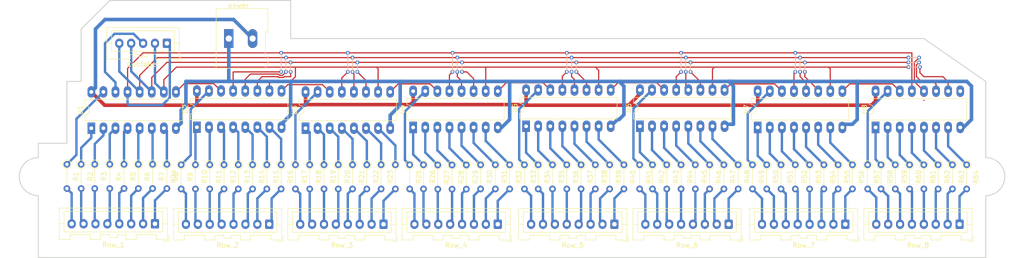
<source format=kicad_pcb>
(kicad_pcb (version 20221018) (generator pcbnew)
  (layers (0 "F.Cu" signal) (31 "B.Cu" signal) (34 "B.Paste" user) (35 "F.Paste" user) (36 "B.SilkS" user "B.Silkscreen") (37 "F.SilkS" user "F.Silkscreen") (38 "B.Mask" user) (39 "F.Mask" user) (44 "Edge.Cuts" user))
  (net 0 "")
  (net 1 "Net-(U3-QA)")
  (net 2 "Net-(J3-Pin_8)")
  (net 3 "Net-(U7-QG)")
  (net 4 "Net-(J9-Pin_2)")
  (net 5 "Net-(U7-QH)")
  (net 6 "Net-(J9-Pin_1)")
  (net 7 "Net-(U8-QA)")
  (net 8 "Net-(J10-Pin_8)")
  (net 9 "Net-(U8-QB)")
  (net 10 "Net-(J10-Pin_7)")
  (net 11 "Net-(U8-QC)")
  (net 12 "Net-(J10-Pin_6)")
  (net 13 "Net-(U8-QD)")
  (net 14 "Net-(J10-Pin_5)")
  (net 15 "Net-(U8-QE)")
  (net 16 "Net-(J10-Pin_4)")
  (net 17 "Net-(U8-QF)")
  (net 18 "Net-(J10-Pin_3)")
  (net 19 "Net-(U8-QG)")
  (net 20 "Net-(J10-Pin_2)")
  (net 21 "Net-(U1-QC)")
  (net 22 "Net-(J4-Pin_6)")
  (net 23 "Net-(U3-QB)")
  (net 24 "Net-(J3-Pin_7)")
  (net 25 "Net-(U3-QC)")
  (net 26 "Net-(J3-Pin_6)")
  (net 27 "Net-(U3-QD)")
  (net 28 "Net-(J3-Pin_5)")
  (net 29 "Net-(U3-QE)")
  (net 30 "Net-(J3-Pin_4)")
  (net 31 "Net-(U3-QF)")
  (net 32 "Net-(J3-Pin_3)")
  (net 33 "Net-(U3-QG)")
  (net 34 "Net-(J3-Pin_2)")
  (net 35 "Net-(U3-QH)")
  (net 36 "Net-(J3-Pin_1)")
  (net 37 "Net-(U1-QA)")
  (net 38 "Net-(J4-Pin_8)")
  (net 39 "Net-(U1-QB)")
  (net 40 "Net-(J4-Pin_7)")
  (net 41 "Net-(U8-QH)")
  (net 42 "Net-(J10-Pin_1)")
  (net 43 "Net-(U1-QD)")
  (net 44 "Net-(J4-Pin_5)")
  (net 45 "Net-(U1-QE)")
  (net 46 "Net-(J4-Pin_4)")
  (net 47 "Net-(U1-QF)")
  (net 48 "Net-(J4-Pin_3)")
  (net 49 "Net-(U1-QG)")
  (net 50 "Net-(J4-Pin_2)")
  (net 51 "Net-(U1-QH)")
  (net 52 "Net-(J4-Pin_1)")
  (net 53 "Net-(U2-QA)")
  (net 54 "Net-(J5-Pin_8)")
  (net 55 "Net-(U2-QB)")
  (net 56 "Net-(J5-Pin_7)")
  (net 57 "Net-(U2-QC)")
  (net 58 "Net-(J5-Pin_6)")
  (net 59 "Net-(U2-QD)")
  (net 60 "Net-(J5-Pin_5)")
  (net 61 "Net-(U2-QE)")
  (net 62 "Net-(J5-Pin_4)")
  (net 63 "Net-(U2-QF)")
  (net 64 "Net-(J5-Pin_3)")
  (net 65 "Net-(U2-QG)")
  (net 66 "Net-(J5-Pin_2)")
  (net 67 "Net-(U2-QH)")
  (net 68 "Net-(J5-Pin_1)")
  (net 69 "Net-(U4-QA)")
  (net 70 "Net-(J6-Pin_8)")
  (net 71 "Net-(U4-QB)")
  (net 72 "Net-(J6-Pin_7)")
  (net 73 "Net-(U4-QC)")
  (net 74 "Net-(J6-Pin_6)")
  (net 75 "Net-(U4-QD)")
  (net 76 "Net-(J6-Pin_5)")
  (net 77 "Net-(U4-QE)")
  (net 78 "Net-(J6-Pin_4)")
  (net 79 "Net-(U4-QF)")
  (net 80 "Net-(J6-Pin_3)")
  (net 81 "Net-(U4-QG)")
  (net 82 "Net-(J6-Pin_2)")
  (net 83 "Net-(U4-QH)")
  (net 84 "Net-(J6-Pin_1)")
  (net 85 "Net-(U5-QA)")
  (net 86 "Net-(J7-Pin_8)")
  (net 87 "Net-(U5-QB)")
  (net 88 "Net-(J7-Pin_7)")
  (net 89 "Net-(U5-QC)")
  (net 90 "Net-(J7-Pin_6)")
  (net 91 "Net-(U5-QD)")
  (net 92 "Net-(J7-Pin_5)")
  (net 93 "Net-(U5-QE)")
  (net 94 "Net-(J7-Pin_4)")
  (net 95 "Net-(U5-QF)")
  (net 96 "Net-(J7-Pin_3)")
  (net 97 "Net-(U5-QG)")
  (net 98 "Net-(J7-Pin_2)")
  (net 99 "Net-(U5-QH)")
  (net 100 "Net-(J7-Pin_1)")
  (net 101 "Net-(U6-QA)")
  (net 102 "Net-(J8-Pin_8)")
  (net 103 "Net-(U6-QB)")
  (net 104 "Net-(J8-Pin_7)")
  (net 105 "Net-(U6-QC)")
  (net 106 "Net-(J8-Pin_6)")
  (net 107 "Net-(U6-QD)")
  (net 108 "Net-(J8-Pin_5)")
  (net 109 "Net-(U6-QE)")
  (net 110 "Net-(J8-Pin_4)")
  (net 111 "Net-(U6-QF)")
  (net 112 "Net-(J8-Pin_3)")
  (net 113 "Net-(U6-QG)")
  (net 114 "Net-(J8-Pin_2)")
  (net 115 "Net-(U6-QH)")
  (net 116 "Net-(J8-Pin_1)")
  (net 117 "Net-(U7-QA)")
  (net 118 "Net-(J9-Pin_8)")
  (net 119 "Net-(U7-QB)")
  (net 120 "Net-(J9-Pin_7)")
  (net 121 "Net-(U7-QC)")
  (net 122 "Net-(J9-Pin_6)")
  (net 123 "Net-(U7-QD)")
  (net 124 "Net-(J9-Pin_5)")
  (net 125 "Net-(U7-QE)")
  (net 126 "Net-(J9-Pin_4)")
  (net 127 "Net-(U7-QF)")
  (net 128 "Net-(J9-Pin_3)")
  (net 129 "Net-(J2-Pin_1)")
  (net 130 "Net-(U1-QH')")
  (net 131 "Net-(J1-Pin_2)")
  (net 132 "Net-(J1-Pin_4)")
  (net 133 "Net-(J1-Pin_5)")
  (net 134 "Net-(J1-Pin_1)")
  (net 135 "Net-(U1-SER)")
  (net 136 "Net-(J2-Pin_2)")
  (net 137 "Net-(U2-QH')")
  (net 138 "Net-(J1-Pin_3)")
  (net 139 "Net-(U4-QH')")
  (net 140 "Net-(U5-QH')")
  (net 141 "Net-(U6-QH')")
  (net 142 "Net-(U7-QH')")
  (footprint "Resistor_THT:R_Axial_DIN0204_L3.6mm_D1.6mm_P5.08mm_Vertical" (layer "F.Cu") (at 162.3 71.51 -90)
    (fp_text reference "R41")
    (fp_text value "R_Small")
  )
  (footprint "Resistor_THT:R_Axial_DIN0204_L3.6mm_D1.6mm_P5.08mm_Vertical" (layer "F.Cu") (at 45 71.42 -90)
    (fp_text reference "R2")
    (fp_text value "R_Small")
  )
  (footprint "Package_DIP:DIP-16_W7.62mm_LongPads" (layer "F.Cu") (at 69.3 63.62 90)
    (fp_text reference "U2")
    (fp_text value "74HC595")
  )
  (footprint "Resistor_THT:R_Axial_DIN0204_L3.6mm_D1.6mm_P5.08mm_Vertical" (layer "F.Cu") (at 90 71.51 -90)
    (fp_text reference "R17")
    (fp_text value "R_Small")
  )
  (footprint "Resistor_THT:R_Axial_DIN0204_L3.6mm_D1.6mm_P5.08mm_Vertical" (layer "F.Cu") (at 81 71.51 -90)
    (fp_text reference "R14")
    (fp_text value "R_Small")
  )
  (footprint "Resistor_THT:R_Axial_DIN0204_L3.6mm_D1.6mm_P5.08mm_Vertical" (layer "F.Cu") (at 105 71.51 -90)
    (fp_text reference "R22")
    (fp_text value "R_Small")
  )
  (footprint "Connector_JST:JST_XA_B08B-XASK-1_1x08_P2.50mm_Vertical" (layer "F.Cu") (at 60.5 83.91 180)
    (fp_text reference "Row_1")
    (fp_text value "Row_01")
  )
  (footprint "Resistor_THT:R_Axial_DIN0204_L3.6mm_D1.6mm_P5.08mm_Vertical" (layer "F.Cu") (at 174 71.51 -90)
    (fp_text reference "R45")
    (fp_text value "R_Small")
  )
  (footprint "Resistor_THT:R_Axial_DIN0204_L3.6mm_D1.6mm_P5.08mm_Vertical" (layer "F.Cu") (at 116.9 71.51 -90)
    (fp_text reference "R26")
    (fp_text value "R_Small")
  )
  (footprint "Resistor_THT:R_Axial_DIN0204_L3.6mm_D1.6mm_P5.08mm_Vertical" (layer "F.Cu") (at 201 71.51 -90)
    (fp_text reference "R54")
    (fp_text value "R_Small")
  )
  (footprint "Resistor_THT:R_Axial_DIN0204_L3.6mm_D1.6mm_P5.08mm_Vertical" (layer "F.Cu") (at 60 71.42 -90)
    (fp_text reference "R7")
    (fp_text value "R_Small")
  )
  (footprint "Resistor_THT:R_Axial_DIN0204_L3.6mm_D1.6mm_P5.08mm_Vertical" (layer "F.Cu") (at 192 71.51 -90)
    (fp_text reference "R51")
    (fp_text value "R_Small")
  )
  (footprint "Resistor_THT:R_Axial_DIN0204_L3.6mm_D1.6mm_P5.08mm_Vertical" (layer "F.Cu") (at 228 71.51 -90)
    (fp_text reference "R63")
    (fp_text value "R_Small")
  )
  (footprint "Package_DIP:DIP-16_W7.62mm_LongPads" (layer "F.Cu") (at 211.86 63.67 90)
    (fp_text reference "U8")
    (fp_text value "74HC595")
  )
  (footprint "Package_DIP:DIP-16_W7.62mm_LongPads" (layer "F.Cu") (at 114.73 63.67 90)
    (fp_text reference "U4")
    (fp_text value "74HC595")
  )
  (footprint "Resistor_THT:R_Axial_DIN0204_L3.6mm_D1.6mm_P5.08mm_Vertical" (layer "F.Cu") (at 195 71.51 -90)
    (fp_text reference "R52")
    (fp_text value "R_Small")
  )
  (footprint "Package_DIP:DIP-16_W7.62mm_LongPads" (layer "F.Cu") (at 92.125 63.825 90)
    (fp_text reference "U3")
    (fp_text value "74HC595")
  )
  (footprint "Resistor_THT:R_Axial_DIN0204_L3.6mm_D1.6mm_P5.08mm_Vertical" (layer "F.Cu") (at 87 71.51 -90)
    (fp_text reference "R16")
    (fp_text value "R_Small")
  )
  (footprint "Connector_JST:JST_XA_B08B-XASK-1_1x08_P2.50mm_Vertical" (layer "F.Cu") (at 229.5 84 180)
    (fp_text reference "Row_8")
    (fp_text value "Row_08")
  )
  (footprint "Resistor_THT:R_Axial_DIN0204_L3.6mm_D1.6mm_P5.08mm_Vertical" (layer "F.Cu") (at 119.9 71.55 -90)
    (fp_text reference "R27")
    (fp_text value "R_Small")
  )
  (footprint "Resistor_THT:R_Axial_DIN0204_L3.6mm_D1.6mm_P5.08mm_Vertical" (layer "F.Cu") (at 63 71.42 -90)
    (fp_text reference "R8")
    (fp_text value "R_Small")
  )
  (footprint "Connector_JST:JST_XA_B08B-XASK-1_1x08_P2.50mm_Vertical" (layer "F.Cu") (at 84.5 84 180)
    (fp_text reference "Row_2")
    (fp_text value "Row_02")
  )
  (footprint "Resistor_THT:R_Axial_DIN0204_L3.6mm_D1.6mm_P5.08mm_Vertical" (layer "F.Cu") (at 165 71.51 -90)
    (fp_text reference "R42")
    (fp_text value "R_Small")
  )
  (footprint "Resistor_THT:R_Axial_DIN0204_L3.6mm_D1.6mm_P5.08mm_Vertical" (layer "F.Cu") (at 180 71.51 -90)
    (fp_text reference "R47")
    (fp_text value "R_Small")
  )
  (footprint "Resistor_THT:R_Axial_DIN0204_L3.6mm_D1.6mm_P5.08mm_Vertical" (layer "F.Cu") (at 153 71.51 -90)
    (fp_text reference "R38")
    (fp_text value "R_Small")
  )
  (footprint "Resistor_THT:R_Axial_DIN0204_L3.6mm_D1.6mm_P5.08mm_Vertical" (layer "F.Cu") (at 54 71.42 -90)
    (fp_text reference "R5")
    (fp_text value "R_Small")
  )
  (footprint "Resistor_THT:R_Axial_DIN0204_L3.6mm_D1.6mm_P5.08mm_Vertical" (layer "F.Cu") (at 198 71.51 -90)
    (fp_text reference "R53")
    (fp_text value "R_Small")
  )
  (footprint "Package_DIP:DIP-16_W7.62mm_LongPads" (layer "F.Cu") (at 138.45 63.42 90)
    (fp_text reference "U5")
    (fp_text value "74HC595")
  )
  (footprint "Resistor_THT:R_Axial_DIN0204_L3.6mm_D1.6mm_P5.08mm_Vertical" (layer "F.Cu") (at 150 71.51 -90)
    (fp_text reference "R37")
    (fp_text value "R_Small")
  )
  (footprint "Resistor_THT:R_Axial_DIN0204_L3.6mm_D1.6mm_P5.08mm_Vertical" (layer "F.Cu") (at 225 71.51 -90)
    (fp_text reference "R62")
    (fp_text value "R_Small")
  )
  (footprint "Resistor_THT:R_Axial_DIN0204_L3.6mm_D1.6mm_P5.08mm_Vertical" (layer "F.Cu") (at 231 71.51 -90)
    (fp_text reference "R64")
    (fp_text value "R_Small")
  )
  (footprint "Resistor_THT:R_Axial_DIN0204_L3.6mm_D1.6mm_P5.08mm_Vertical" (layer "F.Cu") (at 42 71.42 -90)
    (fp_text reference "R1")
    (fp_text value "R_Small")
  )
  (footprint "Resistor_THT:R_Axial_DIN0204_L3.6mm_D1.6mm_P5.08mm_Vertical" (layer "F.Cu") (at 204 71.51 -90)
    (fp_text reference "R55")
    (fp_text value "R_Small")
  )
  (footprint "Resistor_THT:R_Axial_DIN0204_L3.6mm_D1.6mm_P5.08mm_Vertical" (layer "F.Cu") (at 177 71.51 -90)
    (fp_text reference "R46")
    (fp_text value "R_Small")
  )
  (footprint "TerminalBlock:TerminalBlock_Altech_AK300-2_P5.00mm" (layer "F.Cu") (at 76 45)
    (fp_text reference "power")
    (fp_text value "Power")
  )
  (footprint "Resistor_THT:R_Axial_DIN0204_L3.6mm_D1.6mm_P5.08mm_Vertical" (layer "F.Cu") (at 144 71.51 -90)
    (fp_text reference "R35")
    (fp_text value "R_Small")
  )
  (footprint "Resistor_THT:R_Axial_DIN0204_L3.6mm_D1.6mm_P5.08mm_Vertical" (layer "F.Cu") (at 222 71.51 -90)
    (fp_text reference "R61")
    (fp_text value "R_Small")
  )
  (footprint "Resistor_THT:R_Axial_DIN0204_L3.6mm_D1.6mm_P5.08mm_Vertical" (layer "F.Cu") (at 183 71.51 -90)
    (fp_text reference "R48")
    (fp_text value "R_Small")
  )
  (footprint "Resistor_THT:R_Axial_DIN0204_L3.6mm_D1.6mm_P5.08mm_Vertical" (layer "F.Cu") (at 99 71.51 -90)
    (fp_text reference "R20")
    (fp_text value "R_Small")
  )
  (footprint "Resistor_THT:R_Axial_DIN0204_L3.6mm_D1.6mm_P5.08mm_Vertical" (layer "F.Cu") (at 96 71.51 -90)
    (fp_text reference "R19")
    (fp_text value "R_Small")
  )
  (footprint "Resistor_THT:R_Axial_DIN0204_L3.6mm_D1.6mm_P5.08mm_Vertical" (layer "F.Cu") (at 93 71.51 -90)
    (fp_text reference "R18")
    (fp_text value "R_Small")
  )
  (footprint "Resistor_THT:R_Axial_DIN0204_L3.6mm_D1.6mm_P5.08mm_Vertical" (layer "F.Cu") (at 186 71.51 -90)
    (fp_text reference "R49")
    (fp_text value "R_Small")
  )
  (footprint "Resistor_THT:R_Axial_DIN0204_L3.6mm_D1.6mm_P5.08mm_Vertical" (layer "F.Cu") (at 125.9 71.55 -90)
    (fp_text reference "R29")
    (fp_text value "R_Small")
  )
  (footprint "Resistor_THT:R_Axial_DIN0204_L3.6mm_D1.6mm_P5.08mm_Vertical" (layer "F.Cu") (at 171 71.51 -90)
    (fp_text reference "R44")
    (fp_text value "R_Small")
  )
  (footprint "Connector_JST:JST_XA_B08B-XASK-1_1x08_P2.50mm_Vertical" (layer "F.Cu") (at 205.5 84 180)
    (fp_text reference "Row_7")
    (fp_text value "Row_07")
  )
  (footprint "Resistor_THT:R_Axial_DIN0204_L3.6mm_D1.6mm_P5.08mm_Vertical" (layer "F.Cu") (at 57 71.42 -90)
    (fp_text reference "R6")
    (fp_text value "R_Small")
  )
  (footprint "Resistor_THT:R_Axial_DIN0204_L3.6mm_D1.6mm_P5.08mm_Vertical" (layer "F.Cu") (at 122.9 71.55 -90)
    (fp_text reference "R28")
    (fp_text value "R_Small")
  )
  (footprint "Resistor_THT:R_Axial_DIN0204_L3.6mm_D1.6mm_P5.08mm_Vertical" (layer "F.Cu") (at 69 71.51 -90)
    (fp_text reference "R10")
    (fp_text value "R_Small")
  )
  (footprint "Resistor_THT:R_Axial_DIN0204_L3.6mm_D1.6mm_P5.08mm_Vertical" (layer "F.Cu") (at 219 71.51 -90)
    (fp_text reference "R60")
    (fp_text value "R_Small")
  )
  (footprint "Connector_JST:JST_XA_B05B-XASK-1_1x05_P2.50mm_Vertical" (layer "F.Cu") (at 63 46 180)
    (fp_text reference "Contoller")
    (fp_text value "RPi Controller")
  )
  (footprint "Resistor_THT:R_Axial_DIN0204_L3.6mm_D1.6mm_P5.08mm_Vertical" (layer "F.Cu") (at 189 71.51 -90)
    (fp_text reference "R50")
    (fp_text value "R_Small")
  )
  (footprint "Resistor_THT:R_Axial_DIN0204_L3.6mm_D1.6mm_P5.08mm_Vertical" (layer "F.Cu") (at 213 71.51 -90)
    (fp_text reference "R58")
    (fp_text value "R_Small")
  )
  (footprint "Resistor_THT:R_Axial_DIN0204_L3.6mm_D1.6mm_P5.08mm_Vertical" (layer "F.Cu") (at 78 71.51 -90)
    (fp_text reference "R13")
    (fp_text value "R_Small")
  )
  (footprint "Resistor_THT:R_Axial_DIN0204_L3.6mm_D1.6mm_P5.08mm_Vertical" (layer "F.Cu") (at 108 71.51 -90)
    (fp_text reference "R23")
    (fp_text value "R_Small")
  )
  (footprint "Resistor_THT:R_Axial_DIN0204_L3.6mm_D1.6mm_P5.08mm_Vertical" (layer "F.Cu") (at 159 71.51 -90)
    (fp_text reference "R40")
    (fp_text value "R_Small")
  )
  (footprint "Resistor_THT:R_Axial_DIN0204_L3.6mm_D1.6mm_P5.08mm_Vertical" (layer "F.Cu") (at 135 71.51 -90)
    (fp_text reference "R32")
    (fp_text value "R_Small")
  )
  (footprint "Resistor_THT:R_Axial_DIN0204_L3.6mm_D1.6mm_P5.08mm_Vertical" (layer "F.Cu") (at 132 71.51 -90)
    (fp_text reference "R31")
    (fp_text value "R_Small")
  )
  (footprint "Resistor_THT:R_Axial_DIN0204_L3.6mm_D1.6mm_P5.08mm_Vertical" (layer "F.Cu") (at 47.85 71.42 -90)
    (fp_text reference "R3")
    (fp_text value "R_Small")
  )
  (footprint "MountingHole:MountingHole_2.1mm" (layer "F.Cu") (at 235 74)
    (fp_text reference "REF**" hide)
    (fp_text value "MountingHole_2.1mm")
  )
  (footprint "Package_DIP:DIP-16_W7.62mm_LongPads" (layer "F.Cu") (at 47.125 63.825 90)
    (fp_text reference "U1")
    (fp_text value "74HC595")
  )
  (footprint "Resistor_THT:R_Axial_DIN0204_L3.6mm_D1.6mm_P5.08mm_Vertical" (layer "F.Cu") (at 66 71.51 -90)
    (fp_text reference "R9")
    (fp_text value "R_Small")
  )
  (footprint "Resistor_THT:R_Axial_DIN0204_L3.6mm_D1.6mm_P5.08mm_Vertical" (layer "F.Cu") (at 168 71.51 -90)
    (fp_text reference "R43")
    (fp_text value "R_Small")
  )
  (footprint "Resistor_THT:R_Axial_DIN0204_L3.6mm_D1.6mm_P5.08mm_Vertical" (layer "F.Cu") (at 138.1 71.51 -90)
    (fp_text reference "R33")
    (fp_text value "R_Small")
  )
  (footprint "Connector_JST:JST_XA_B08B-XASK-1_1x08_P2.50mm_Vertical" (layer "F.Cu") (at 132.5 84 180)
    (fp_text reference "Row_4")
    (fp_text value "Row_04")
  )
  (footprint "Resistor_THT:R_Axial_DIN0204_L3.6mm_D1.6mm_P5.08mm_Vertical" (layer "F.Cu") (at 114 71.51 -90)
    (fp_text reference "R25")
    (fp_text value "R_Small")
  )
  (footprint "Resistor_THT:R_Axial_DIN0204_L3.6mm_D1.6mm_P5.08mm_Vertical" (layer "F.Cu") (at 128.9 71.51 -90)
    (fp_text reference "R30")
    (fp_text value "R_Small")
  )
  (footprint "Resistor_THT:R_Axial_DIN0204_L3.6mm_D1.6mm_P5.08mm_Vertical" (layer "F.Cu") (at 102 71.51 -90)
    (fp_text reference "R21")
    (fp_text value "R_Small")
  )
  (footprint "Resistor_THT:R_Axial_DIN0204_L3.6mm_D1.6mm_P5.08mm_Vertical" (layer "F.Cu") (at 156 71.51 -90)
    (fp_text reference "R39")
    (fp_text value "R_Small")
  )
  (footprint "Resistor_THT:R_Axial_DIN0204_L3.6mm_D1.6mm_P5.08mm_Vertical" (layer "F.Cu") (at 51 71.42 -90)
    (fp_text reference "R4")
    (fp_text value "R_Small")
  )
  (footprint "Package_DIP:DIP-16_W7.62mm_LongPads" (layer "F.Cu") (at 162.36 63.42 90)
    (fp_text reference "U6")
    (fp_text value "74HC595")
  )
  (footprint "Connector_JST:JST_XA_B08B-XASK-1_1x08_P2.50mm_Vertical" (layer "F.Cu") (at 157 84 180)
    (fp_text reference "Row_5")
    (fp_text value "Row_05")
  )
  (footprint "Resistor_THT:R_Axial_DIN0204_L3.6mm_D1.6mm_P5.08mm_Vertical" (layer "F.Cu") (at 72 71.51 -90)
    (fp_text reference "R11")
    (fp_text value "R_Small")
  )
  (footprint "Resistor_THT:R_Axial_DIN0204_L3.6mm_D1.6mm_P5.08mm_Vertical" (layer "F.Cu") (at 111 71.51 -90)
    (fp_text reference "R24")
    (fp_text value "R_Small")
  )
  (footprint "Resistor_THT:R_Axial_DIN0204_L3.6mm_D1.6mm_P5.08mm_Vertical" (layer "F.Cu") (at 147 71.51 -90)
    (fp_text reference "R36")
    (fp_text value "R_Small")
  )
  (footprint "Resistor_THT:R_Axial_DIN0204_L3.6mm_D1.6mm_P5.08mm_Vertical" (layer "F.Cu") (at 210.2 71.51 -90)
    (fp_text reference "R57")
    (fp_text value "R_Small")
  )
  (footprint "Connector_JST:JST_XA_B08B-XASK-1_1x08_P2.50mm_Vertical" (layer "F.Cu") (at 108.5 84 180)
    (fp_text reference "Row_3")
    (fp_text value "Row_03")
  )
  (footprint "Resistor_THT:R_Axial_DIN0204_L3.6mm_D1.6mm_P5.08mm_Vertical" (layer "F.Cu") (at 141 71.51 -90)
    (fp_text reference "R34")
    (fp_text value "R_Small")
  )
  (footprint "Resistor_THT:R_Axial_DIN0204_L3.6mm_D1.6mm_P5.08mm_Vertical" (layer "F.Cu") (at 84 71.51 -90)
    (fp_text reference "R15")
    (fp_text value "R_Small")
  )
  (footprint "Connector_JST:JST_XA_B08B-XASK-1_1x08_P2.50mm_Vertical" (layer "F.Cu") (at 181 84 180)
    (fp_text reference "Row_6")
    (fp_text value "Row_06")
  )
  (footprint "MountingHole:MountingHole_2.1mm" (layer "F.Cu") (at 36 74)
    (fp_text reference "REF**" hide)
    (fp_text value "MountingHole_2.1mm")
  )
  (footprint "Resistor_THT:R_Axial_DIN0204_L3.6mm_D1.6mm_P5.08mm_Vertical" (layer "F.Cu") (at 207 71.51 -90)
    (fp_text reference "R56")
    (fp_text value "R_Small")
  )
  (footprint "Resistor_THT:R_Axial_DIN0204_L3.6mm_D1.6mm_P5.08mm_Vertical" (layer "F.Cu") (at 216 71.51 -90)
    (fp_text reference "R59")
    (fp_text value "R_Small")
  )
  (footprint "Resistor_THT:R_Axial_DIN0204_L3.6mm_D1.6mm_P5.08mm_Vertical" (layer "F.Cu") (at 75 71.51 -90)
    (fp_text reference "R12")
    (fp_text value "R_Small")
  )
  (footprint "Package_DIP:DIP-16_W7.62mm_LongPads" (layer "F.Cu") (at 187.1 63.67 90)
    (fp_text reference "U7")
    (fp_text value "74HC595")
  )
  (gr_line (start 89 50) (end 89 52) (stroke (width 0.15)) (layer "B.SilkS"))
  (gr_line (start 101 48) (end 101 52) (stroke (width 0.15)) (layer "B.SilkS"))
  (gr_line (start 196 49) (end 196 52) (stroke (width 0.15)) (layer "B.SilkS"))
  (gr_line (start 88 49) (end 88 52) (stroke (width 0.15)) (layer "B.SilkS"))
  (gr_line (start 148 49) (end 148 52) (stroke (width 0.15)) (layer "B.SilkS"))
  (gr_line (start 149 52) (end 149 50) (stroke (width 0.15)) (layer "B.SilkS"))
  (gr_line (start 219 51) (end 221 51) (stroke (width 0.15)) (layer "B.SilkS"))
  (gr_line (start 195 48) (end 195 52) (stroke (width 0.15)) (layer "B.SilkS"))
  (gr_line (start 102 49) (end 102 52) (stroke (width 0.15)) (layer "B.SilkS"))
  (gr_line (start 103 50) (end 103 52) (stroke (width 0.15)) (layer "B.SilkS"))
  (gr_line (start 125 52) (end 125 50) (stroke (width 0.15)) (layer "B.SilkS"))
  (gr_line (start 124 49) (end 124 52) (stroke (width 0.15)) (layer "B.SilkS"))
  (gr_line (start 219 49) (end 221 49) (stroke (width 0.15)) (layer "B.SilkS"))
  (gr_line (start 87 48) (end 87 52) (stroke (width 0.15)) (layer "B.SilkS"))
  (gr_line (start 173 52) (end 173 50) (stroke (width 0.15)) (layer "B.SilkS"))
  (gr_line (start 172 49) (end 172 52) (stroke (width 0.15)) (layer "B.SilkS"))
  (gr_line (start 197 50) (end 197 52) (stroke (width 0.15)) (layer "B.SilkS"))
  (gr_line (start 219 50) (end 221 50) (stroke (width 0.15)) (layer "B.SilkS"))
  (gr_line (start 171 52) (end 171 48) (stroke (width 0.15)) (layer "B.SilkS"))
  (gr_line (start 123 52) (end 123 48) (stroke (width 0.15)) (layer "B.SilkS"))
  (gr_line (start 147 52) (end 147 48) (stroke (width 0.15)) (layer "B.SilkS"))
  (gr_line (start 87 52) (end 87 48) (stroke (width 0.15)) (layer "F.SilkS"))
  (gr_line (start 149 52) (end 149 50) (stroke (width 0.15)) (layer "F.SilkS"))
  (gr_line (start 125 52) (end 125 50) (stroke (width 0.15)) (layer "F.SilkS"))
  (gr_line (start 147 52) (end 147 48) (stroke (width 0.15)) (layer "F.SilkS"))
  (gr_line (start 123 52) (end 123 48) (stroke (width 0.15)) (layer "F.SilkS"))
  (gr_line (start 173 52) (end 173 50) (stroke (width 0.15)) (layer "F.SilkS"))
  (gr_line (start 103 52) (end 103 50) (stroke (width 0.15)) (layer "F.SilkS"))
  (gr_line (start 148 52) (end 148 49) (stroke (width 0.15)) (layer "F.SilkS"))
  (gr_line (start 219 51) (end 221 51) (stroke (width 0.15)) (layer "F.SilkS"))
  (gr_line (start 196 52) (end 196 49) (stroke (width 0.15)) (layer "F.SilkS"))
  (gr_line (start 172 52) (end 172 49) (stroke (width 0.15)) (layer "F.SilkS"))
  (gr_line (start 102 52) (end 102 49) (stroke (width 0.15)) (layer "F.SilkS"))
  (gr_line (start 219 50) (end 221 50) (stroke (width 0.15)) (layer "F.SilkS"))
  (gr_line (start 101 52) (end 101 48) (stroke (width 0.15)) (layer "F.SilkS"))
  (gr_line (start 89 52) (end 89 50) (stroke (width 0.15)) (layer "F.SilkS"))
  (gr_line (start 197 52) (end 197 50) (stroke (width 0.15)) (layer "F.SilkS"))
  (gr_line (start 88 52) (end 88 49) (stroke (width 0.15)) (layer "F.SilkS"))
  (gr_line (start 171 52) (end 171 48) (stroke (width 0.15)) (layer "F.SilkS"))
  (gr_line (start 195 52) (end 195 48) (stroke (width 0.15)) (layer "F.SilkS"))
  (gr_line (start 124 52) (end 124 49) (stroke (width 0.15)) (layer "F.SilkS"))
  (gr_line (start 219 49) (end 221 49) (stroke (width 0.15)) (layer "F.SilkS"))
  (gr_line (start 45 43) (end 45 54) (stroke (width 0.2)) (layer "Edge.Cuts"))
  (gr_line (start 235 54) (end 222 45) (stroke (width 0.2)) (layer "Edge.Cuts"))
  (gr_arc (start 36 78) (mid 32 74) (end 36 70) (stroke (width 0.2)) (layer "Edge.Cuts"))
  (gr_arc (start 235 70) (mid 239 74) (end 235 78) (stroke (width 0.2)) (layer "Edge.Cuts"))
  (gr_line (start 42 67) (end 36 67) (stroke (width 0.2)) (layer "Edge.Cuts"))
  (gr_line (start 36 91) (end 36 78) (stroke (width 0.2)) (layer "Edge.Cuts"))
  (gr_line (start 89 37) (end 51 37) (stroke (width 0.2)) (layer "Edge.Cuts"))
  (gr_line (start 89 45) (end 89 37) (stroke (width 0.2)) (layer "Edge.Cuts"))
  (gr_line (start 222 45) (end 89 45) (stroke (width 0.2)) (layer "Edge.Cuts"))
  (gr_line (start 36 70) (end 36 67) (stroke (width 0.2)) (layer "Edge.Cuts"))
  (gr_line (start 235 91) (end 235 78) (stroke (width 0.2)) (layer "Edge.Cuts"))
  (gr_line (start 45 54) (end 42 54) (stroke (width 0.2)) (layer "Edge.Cuts"))
  (gr_line (start 235 70) (end 235 54) (stroke (width 0.2)) (layer "Edge.Cuts"))
  (gr_line (start 36 91) (end 235 91) (stroke (width 0.2)) (layer "Edge.Cuts"))
  (gr_line (start 45 43) (end 51 37) (stroke (width 0.2)) (layer "Edge.Cuts"))
  (gr_line (start 42 54) (end 42 67) (stroke (width 0.2)) (layer "Edge.Cuts"))
  (segment (start 44 69.42) (end 44 61.87) (width 0.5) (layer "B.Cu") (net 1))
  (segment (start 44 61.87) (end 49.665 56.205) (width 0.5) (layer "B.Cu") (net 1))
  (segment (start 42 71.42) (end 44 69.42) (width 0.5) (layer "B.Cu") (net 1))
  (segment (start 43 77.5) (end 43 83.91) (width 0.5) (layer "B.Cu") (net 2))
  (segment (start 42 76.5) (end 43 77.5) (width 0.5) (layer "B.Cu") (net 2))
  (segment (start 199.8 63.67) (end 199.8 67.31) (width 0.5) (layer "B.Cu") (net 3))
  (segment (start 199.8 67.31) (end 204 71.51) (width 0.5) (layer "B.Cu") (net 3))
  (segment (start 203 77.59) (end 204 76.59) (width 0.5) (layer "B.Cu") (net 4))
  (segment (start 203 84) (end 203 77.59) (width 0.5) (layer "B.Cu") (net 4))
  (segment (start 202.34 66.85) (end 207 71.51) (width 0.5) (layer "B.Cu") (net 5))
  (segment (start 202.34 63.67) (end 202.34 66.85) (width 0.5) (layer "B.Cu") (net 5))
  (segment (start 205.5 78.09) (end 207 76.59) (width 0.5) (layer "B.Cu") (net 6))
  (segment (start 205.5 84) (end 205.5 78.09) (width 0.5) (layer "B.Cu") (net 6))
  (segment (start 210.2 60.25) (end 210.2 71.51) (width 0.5) (layer "B.Cu") (net 7))
  (segment (start 214.4 56.05) (end 210.2 60.25) (width 0.5) (layer "B.Cu") (net 7))
  (segment (start 212 78.39) (end 210.2 76.59) (width 0.5) (layer "B.Cu") (net 8))
  (segment (start 212 84) (end 212 78.39) (width 0.5) (layer "B.Cu") (net 8))
  (segment (start 211.86 63.67) (end 211.86 70.37) (width 0.5) (layer "B.Cu") (net 9))
  (segment (start 211.86 70.37) (end 213 71.51) (width 0.5) (layer "B.Cu") (net 9))
  (segment (start 214.5 84) (end 214.5 78.09) (width 0.5) (layer "B.Cu") (net 10))
  (segment (start 214.5 78.09) (end 213 76.59) (width 0.5) (layer "B.Cu") (net 10))
  (segment (start 214.4 63.67) (end 214.4 69.91) (width 0.5) (layer "B.Cu") (net 11))
  (segment (start 214.4 69.91) (end 216 71.51) (width 0.5) (layer "B.Cu") (net 11))
  (segment (start 217 84) (end 217 77.59) (width 0.5) (layer "B.Cu") (net 12))
  (segment (start 217 77.59) (end 216 76.59) (width 0.5) (layer "B.Cu") (net 12))
  (segment (start 216.94 69.45) (end 219 71.51) (width 0.5) (layer "B.Cu") (net 13))
  (segment (start 216.94 63.67) (end 216.94 69.45) (width 0.5) (layer "B.Cu") (net 13))
  (segment (start 219.5 77.09) (end 219 76.59) (width 0.5) (layer "B.Cu") (net 14))
  (segment (start 219.5 84) (end 219.5 77.09) (width 0.5) (layer "B.Cu") (net 14))
  (segment (start 219.48 63.67) (end 219.48 68.99) (width 0.5) (layer "B.Cu") (net 15))
  (segment (start 219.48 68.99) (end 222 71.51) (width 0.5) (layer "B.Cu") (net 15))
  (segment (start 222 84) (end 222 76.59) (width 0.5) (layer "B.Cu") (net 16))
  (segment (start 222.02 68.53) (end 225 71.51) (width 0.5) (layer "B.Cu") (net 17))
  (segment (start 222.02 63.67) (end 222.02 68.53) (width 0.5) (layer "B.Cu") (net 17))
  (segment (start 224.5 77.09) (end 225 76.59) (width 0.5) (layer "B.Cu") (net 18))
  (segment (start 224.5 84) (end 224.5 77.09) (width 0.5) (layer "B.Cu") (net 18))
  (segment (start 224.56 68.07) (end 228 71.51) (width 0.5) (layer "B.Cu") (net 19))
  (segment (start 224.56 63.67) (end 224.56 68.07) (width 0.5) (layer "B.Cu") (net 19))
  (segment (start 227 84) (end 227 77.59) (width 0.5) (layer "B.Cu") (net 20))
  (segment (start 227 77.59) (end 228 76.59) (width 0.5) (layer "B.Cu") (net 20))
  (segment (start 72 63.78) (end 71.84 63.62) (width 0.5) (layer "B.Cu") (net 21))
  (segment (start 72 71.51) (end 72 63.78) (width 0.5) (layer "B.Cu") (net 21))
  (segment (start 72 76.59) (end 72 84) (width 0.5) (layer "B.Cu") (net 22))
  (segment (start 45 71.42) (end 45 67.95) (width 0.5) (layer "B.Cu") (net 23))
  (segment (start 47.125 65.825) (end 47.125 63.825) (width 0.5) (layer "B.Cu") (net 23))
  (segment (start 45 67.95) (end 47.125 65.825) (width 0.5) (layer "B.Cu") (net 23))
  (segment (start 45 83.41) (end 45.5 83.91) (width 0.5) (layer "B.Cu") (net 24))
  (segment (start 45 76.5) (end 45 83.41) (width 0.5) (layer "B.Cu") (net 24))
  (segment (start 47.85 67.15) (end 49.665 65.335) (width 0.5) (layer "B.Cu") (net 25))
  (segment (start 47.85 71.42) (end 47.85 67.15) (width 0.5) (layer "B.Cu") (net 25))
  (segment (start 49.665 65.335) (end 49.665 63.825) (width 0.5) (layer "B.Cu") (net 25))
  (segment (start 47.85 83.76) (end 48 83.91) (width 0.5) (layer "B.Cu") (net 26))
  (segment (start 47.85 76.5) (end 47.85 83.76) (width 0.5) (layer "B.Cu") (net 26))
  (segment (start 51 65.03) (end 52.205 63.825) (width 0.5) (layer "B.Cu") (net 27))
  (segment (start 51 71.42) (end 51 65.03) (width 0.5) (layer "B.Cu") (net 27))
  (segment (start 51 83.41) (end 50.5 83.91) (width 0.5) (layer "B.Cu") (net 28))
  (segment (start 51 76.5) (end 51 83.41) (width 0.5) (layer "B.Cu") (net 28))
  (segment (start 54 71.42) (end 54 64.57) (width 0.5) (layer "B.Cu") (net 29))
  (segment (start 54 64.57) (end 54.745 63.825) (width 0.5) (layer "B.Cu") (net 29))
  (segment (start 53 77.5) (end 53 83.91) (width 0.5) (layer "B.Cu") (net 30))
  (segment (start 54 76.5) (end 53 77.5) (width 0.5) (layer "B.Cu") (net 30))
  (segment (start 57 64.11) (end 57.285 63.825) (width 0.5) (layer "B.Cu") (net 31))
  (segment (start 57 71.42) (end 57 64.11) (width 0.5) (layer "B.Cu") (net 31))
  (segment (start 55.5 78) (end 55.5 83.91) (width 0.5) (layer "B.Cu") (net 32))
  (segment (start 57 76.5) (end 55.5 78) (width 0.5) (layer "B.Cu") (net 32))
  (segment (start 60 71.42) (end 60 64) (width 0.5) (layer "B.Cu") (net 33))
  (segment (start 60 64) (end 59.825 63.825) (width 0.5) (layer "B.Cu") (net 33))
  (segment (start 58 78.5) (end 58 83.91) (width 0.5) (layer "B.Cu") (net 34))
  (segment (start 60 76.5) (end 58 78.5) (width 0.5) (layer "B.Cu") (net 34))
  (segment (start 63 71.42) (end 63 64.46) (width 0.5) (layer "B.Cu") (net 35))
  (segment (start 63 64.46) (end 62.365 63.825) (width 0.5) (layer "B.Cu") (net 35))
  (segment (start 60.5 79) (end 60.5 83.91) (width 0.5) (layer "B.Cu") (net 36))
  (segment (start 63 76.5) (end 60.5 79) (width 0.5) (layer "B.Cu") (net 36))
  (segment (start 66 71.51) (end 68 69.51) (width 0.5) (layer "B.Cu") (net 37))
  (segment (start 68 59.84) (end 71.84 56) (width 0.5) (layer "B.Cu") (net 37))
  (segment (start 68 69.51) (end 68 59.84) (width 0.5) (layer "B.Cu") (net 37))
  (segment (start 66 76.59) (end 67 77.59) (width 0.5) (layer "B.Cu") (net 38))
  (segment (start 67 77.59) (end 67 84) (width 0.5) (layer "B.Cu") (net 38))
  (segment (start 69 71.51) (end 69 63.92) (width 0.5) (layer "B.Cu") (net 39))
  (segment (start 69 63.92) (end 69.3 63.62) (width 0.5) (layer "B.Cu") (net 39))
  (segment (start 69 83.5) (end 69.5 84) (width 0.5) (layer "B.Cu") (net 40))
  (segment (start 69 76.59) (end 69 83.5) (width 0.5) (layer "B.Cu") (net 40))
  (segment (start 227.1 67.61) (end 231 71.51) (width 0.5) (layer "B.Cu") (net 41))
  (segment (start 227.1 63.67) (end 227.1 67.61) (width 0.5) (layer "B.Cu") (net 41))
  (segment (start 229.5 84) (end 229.5 78.09) (width 0.5) (layer "B.Cu") (net 42))
  (segment (start 229.5 78.09) (end 231 76.59) (width 0.5) (layer "B.Cu") (net 42))
  (segment (start 75 64.24) (end 74.38 63.62) (width 0.5) (layer "B.Cu") (net 43))
  (segment (start 75 71.51) (end 75 64.24) (width 0.5) (layer "B.Cu") (net 43))
  (segment (start 74 77.59) (end 74 83.5) (width 0.5) (layer "B.Cu") (net 44))
  (segment (start 75 76.59) (end 74 77.59) (width 0.5) (layer "B.Cu") (net 44))
  (segment (start 74 83.5) (end 74.5 84) (width 0.5) (layer "B.Cu") (net 44))
  (segment (start 78 71.51) (end 78 64.7) (width 0.5) (layer "B.Cu") (net 45))
  (segment (start 78 64.7) (end 76.92 63.62) (width 0.5) (layer "B.Cu") (net 45))
  (segment (start 78 76.59) (end 77 77.59) (width 0.5) (layer "B.Cu") (net 46))
  (segment (start 77 77.59) (end 77 84) (width 0.5) (layer "B.Cu") (net 46))
  (segment (start 81 65.16) (end 79.46 63.62) (width 0.5) (layer "B.Cu") (net 47))
  (segment (start 81 71.51) (end 81 65.16) (width 0.5) (layer "B.Cu") (net 47))
  (segment (start 80 83.5) (end 79.5 84) (width 0.5) (layer "B.Cu") (net 48))
  (segment (start 81 76.59) (end 80 77.59) (width 0.5) (layer "B.Cu") (net 48))
  (segment (start 80 77.59) (end 80 83.5) (width 0.5) (layer "B.Cu") (net 48))
  (segment (start 84 71.51) (end 84 65.62) (width 0.5) (layer "B.Cu") (net 49))
  (segment (start 84 65.62) (end 82 63.62) (width 0.5) (layer "B.Cu") (net 49))
  (segment (start 84 76.59) (end 82 78.59) (width 0.5) (layer "B.Cu") (net 50))
  (segment (start 82 78.59) (end 82 84) (width 0.5) (layer "B.Cu") (net 50))
  (segment (start 87 71.51) (end 87 66.08) (width 0.5) (layer "B.Cu") (net 51))
  (segment (start 87 66.08) (end 84.54 63.62) (width 0.5) (layer "B.Cu") (net 51))
  (segment (start 85 78.59) (end 85 83.5) (width 0.5) (layer "B.Cu") (net 52))
  (segment (start 87 76.59) (end 85 78.59) (width 0.5) (layer "B.Cu") (net 52))
  (segment (start 85 83.5) (end 84.5 84) (width 0.5) (layer "B.Cu") (net 52))
  (segment (start 90 60.87) (end 94.665 56.205) (width 0.5) (layer "B.Cu") (net 53))
  (segment (start 90 71.51) (end 90 60.87) (width 0.5) (layer "B.Cu") (net 53))
  (segment (start 90 76.59) (end 91 77.59) (width 0.5) (layer "B.Cu") (net 54))
  (segment (start 91 77.59) (end 91 84) (width 0.5) (layer "B.Cu") (net 54))
  (segment (start 93 64.7) (end 92.125 63.825) (width 0.5) (layer "B.Cu") (net 55))
  (segment (start 93 71.51) (end 93 64.7) (width 0.5) (layer "B.Cu") (net 55))
  (segment (start 93 76.59) (end 93 83.5) (width 0.5) (layer "B.Cu") (net 56))
  (segment (start 93 83.5) (end 93.5 84) (width 0.5) (layer "B.Cu") (net 56))
  (segment (start 96 65.16) (end 94.665 63.825) (width 0.5) (layer "B.Cu") (net 57))
  (segment (start 96 71.51) (end 96 65.16) (width 0.5) (layer "B.Cu") (net 57))
  (segment (start 96 76.59) (end 96 84) (width 0.5) (layer "B.Cu") (net 58))
  (segment (start 99 65.62) (end 97.205 63.825) (width 0.5) (layer "B.Cu") (net 59))
  (segment (start 99 71.51) (end 99 65.62) (width 0.5) (layer "B.Cu") (net 59))
  (segment (start 99 76.59) (end 99 83.5) (width 0.5) (layer "B.Cu") (net 60))
  (segment (start 99 83.5) (end 98.5 84) (width 0.5) (layer "B.Cu") (net 60))
  (segment (start 102 71.51) (end 102 66.08) (width 0.5) (layer "B.Cu") (net 61))
  (segment (start 102 66.08) (end 99.745 63.825) (width 0.5) (layer "B.Cu") (net 61))
  (segment (start 101 77.59) (end 101 84) (width 0.5) (layer "B.Cu") (net 62))
  (segment (start 102 76.59) (end 101 77.59) (width 0.5) (layer "B.Cu") (net 62))
  (segment (start 105 66.54) (end 102.285 63.825) (width 0.5) (layer "B.Cu") (net 63))
  (segment (start 105 71.51) (end 105 66.54) (width 0.5) (layer "B.Cu") (net 63))
  (segment (start 105 76.59) (end 103.5 78.09) (width 0.5) (layer "B.Cu") (net 64))
  (segment (start 103.5 78.09) (end 103.5 84) (width 0.5) (layer "B.Cu") (net 64))
  (segment (start 108 67) (end 104.825 63.825) (width 0.5) (layer "B.Cu") (net 65))
  (segment (start 108 71.51) (end 108 67) (width 0.5) (layer "B.Cu") (net 65))
  (segment (start 106 78.59) (end 106 84) (width 0.5) (layer "B.Cu") (net 66))
  (segment (start 108 76.59) (end 106 78.59) (width 0.5) (layer "B.Cu") (net 66))
  (segment (start 111 67.46) (end 107.365 63.825) (width 0.5) (layer "B.Cu") (net 67))
  (segment (start 111 71.51) (end 111 67.46) (width 0.5) (layer "B.Cu") (net 67))
  (segment (start 111 76.59) (end 108.5 79.09) (width 0.5) (layer "B.Cu") (net 68))
  (segment (start 108.5 79.09) (end 108.5 84) (width 0.5) (layer "B.Cu") (net 68))
  (segment (start 113 60.32) (end 113 70.51) (width 0.5) (layer "B.Cu") (net 69))
  (segment (start 117.27 56.05) (end 113 60.32) (width 0.5) (layer "B.Cu") (net 69))
  (segment (start 113 70.51) (end 114 71.51) (width 0.5) (layer "B.Cu") (net 69))
  (segment (start 114 76.59) (end 115 77.59) (width 0.5) (layer "B.Cu") (net 70))
  (segment (start 115 77.59) (end 115 84) (width 0.5) (layer "B.Cu") (net 70))
  (segment (start 114.73 63.67) (end 114.73 69.34) (width 0.5) (layer "B.Cu") (net 71))
  (segment (start 114.73 69.34) (end 116.9 71.51) (width 0.5) (layer "B.Cu") (net 71))
  (segment (start 116.9 83.4) (end 117.5 84) (width 0.5) (layer "B.Cu") (net 72))
  (segment (start 116.9 76.59) (end 116.9 83.4) (width 0.5) (layer "B.Cu") (net 72))
  (segment (start 117.27 68.92) (end 119.9 71.55) (width 0.5) (layer "B.Cu") (net 73))
  (segment (start 117.27 63.67) (end 117.27 68.92) (width 0.5) (layer "B.Cu") (net 73))
  (segment (start 119.9 76.63) (end 119.9 83.9) (width 0.5) (layer "B.Cu") (net 74))
  (segment (start 119.9 83.9) (end 120 84) (width 0.5) (layer "B.Cu") (net 74))
  (segment (start 119.81 68.46) (end 122.9 71.55) (width 0.5) (layer "B.Cu") (net 75))
  (segment (start 119.81 63.67) (end 119.81 68.46) (width 0.5) (layer "B.Cu") (net 75))
  (segment (start 122.9 76.63) (end 122.9 83.6) (width 0.5) (layer "B.Cu") (net 76))
  (segment (start 122.9 83.6) (end 122.5 84) (width 0.5) (layer "B.Cu") (net 76))
  (segment (start 122.35 68) (end 125.9 71.55) (width 0.5) (layer "B.Cu") (net 77))
  (segment (start 122.35 63.67) (end 122.35 68) (width 0.5) (layer "B.Cu") (net 77))
  (segment (start 125.9 76.63) (end 125 77.53) (width 0.5) (layer "B.Cu") (net 78))
  (segment (start 125 77.53) (end 125 84) (width 0.5) (layer "B.Cu") (net 78))
  (segment (start 124.89 67.5) (end 128.9 71.51) (width 0.5) (layer "B.Cu") (net 79))
  (segment (start 124.89 63.67) (end 124.89 67.5) (width 0.5) (layer "B.Cu") (net 79))
  (segment (start 127.5 77.99) (end 127.5 84) (width 0.5) (layer "B.Cu") (net 80))
  (segment (start 128.9 76.59) (end 127.5 77.99) (width 0.5) (layer "B.Cu") (net 80))
  (segment (start 127.43 63.67) (end 127.43 66.94) (width 0.5) (layer "B.Cu") (net 81))
  (segment (start 127.43 66.94) (end 132 71.51) (width 0.5) (layer "B.Cu") (net 81))
  (segment (start 130 78.59) (end 130 84) (width 0.5) (layer "B.Cu") (net 82))
  (segment (start 132 76.59) (end 130 78.59) (width 0.5) (layer "B.Cu") (net 82))
  (segment (start 129.97 63.67) (end 129.97 66.48) (width 0.5) (layer "B.Cu") (net 83))
  (segment (start 129.97 66.48) (end 135 71.51) (width 0.5) (layer "B.Cu") (net 83))
  (segment (start 135 76.59) (end 132.5 79.09) (width 0.5) (layer "B.Cu") (net 84))
  (segment (start 132.5 79.09) (end 132.5 84) (width 0.5) (layer "B.Cu") (net 84))
  (segment (start 137 59.79) (end 137 70.41) (width 0.5) (layer "B.Cu") (net 85))
  (segment (start 140.99 55.8) (end 137 59.79) (width 0.5) (layer "B.Cu") (net 85))
  (segment (start 137 70.41) (end 138.1 71.51) (width 0.5) (layer "B.Cu") (net 85))
  (segment (start 138.1 76.59) (end 139.5 77.99) (width 0.5) (layer "B.Cu") (net 86))
  (segment (start 139.5 77.99) (end 139.5 84) (width 0.5) (layer "B.Cu") (net 86))
  (segment (start 138.45 63.42) (end 138.45 68.96) (width 0.5) (layer "B.Cu") (net 87))
  (segment (start 138.45 68.96) (end 141 71.51) (width 0.5) (layer "B.Cu") (net 87))
  (segment (start 142 77.59) (end 142 84) (width 0.5) (layer "B.Cu") (net 88))
  (segment (start 141 76.59) (end 142 77.59) (width 0.5) (layer "B.Cu") (net 88))
  (segment (start 140.99 68.5) (end 144 71.51) (width 0.5) (layer "B.Cu") (net 89))
  (segment (start 140.99 63.42) (end 140.99 68.5) (width 0.5) (layer "B.Cu") (net 89))
  (segment (start 144 76.59) (end 144 83.5) (width 0.5) (layer "B.Cu") (net 90))
  (segment (start 144 83.5) (end 144.5 84) (width 0.5) (layer "B.Cu") (net 90))
  (segment (start 143.53 68.04) (end 147 71.51) (width 0.5) (layer "B.Cu") (net 91))
  (segment (start 143.53 63.42) (end 143.53 68.04) (width 0.5) (layer "B.Cu") (net 91))
  (segment (start 147 76.59) (end 147 84) (width 0.5) (layer "B.Cu") (net 92))
  (segment (start 146.07 67.58) (end 150 71.51) (width 0.5) (layer "B.Cu") (net 93))
  (segment (start 146.07 63.42) (end 146.07 67.58) (width 0.5) (layer "B.Cu") (net 93))
  (segment (start 150 76.59) (end 150 83.5) (width 0.5) (layer "B.Cu") (net 94))
  (segment (start 150 83.5) (end 149.5 84) (width 0.5) (layer "B.Cu") (net 94))
  (segment (start 148.61 67.12) (end 153 71.51) (width 0.5) (layer "B.Cu") (net 95))
  (segment (start 148.61 63.42) (end 148.61 67.12) (width 0.5) (layer "B.Cu") (net 95))
  (segment (start 153 76.59) (end 152 77.59) (width 0.5) (layer "B.Cu") (net 96))
  (segment (start 152 77.59) (end 152 84) (width 0.5) (layer "B.Cu") (net 96))
  (segment (start 151.15 66.66) (end 156 71.51) (width 0.5) (layer "B.Cu") (net 97))
  (segment (start 151.15 63.42) (end 151.15 66.66) (width 0.5) (layer "B.Cu") (net 97))
  (segment (start 154 78.59) (end 154 83.5) (width 0.5) (layer "B.Cu") (net 98))
  (segment (start 154 83.5) (end 154.5 84) (width 0.5) (layer "B.Cu") (net 98))
  (segment (start 156 76.59) (end 154 78.59) (width 0.5) (layer "B.Cu") (net 98))
  (segment (start 153.69 66.2) (end 159 71.51) (width 0.5) (layer "B.Cu") (net 99))
  (segment (start 153.69 63.42) (end 153.69 66.2) (width 0.5) (layer "B.Cu") (net 99))
  (segment (start 159 76.59) (end 157 78.59) (width 0.5) (layer "B.Cu") (net 100))
  (segment (start 157 78.59) (end 157 84) (width 0.5) (layer "B.Cu") (net 100))
  (segment (start 161 70.21) (end 162.3 71.51) (width 0.5) (layer "B.Cu") (net 101))
  (segment (start 164.9 55.8) (end 161 59.7) (width 0.5) (layer "B.Cu") (net 101))
  (segment (start 161 59.7) (end 161 70.21) (width 0.5) (layer "B.Cu") (net 101))
  (segment (start 162.3 76.59) (end 163.5 77.79) (width 0.5) (layer "B.Cu") (net 102))
  (segment (start 163.5 77.79) (end 163.5 84) (width 0.5) (layer "B.Cu") (net 102))
  (segment (start 162.36 63.42) (end 162.36 68.87) (width 0.5) (layer "B.Cu") (net 103))
  (segment (start 162.36 68.87) (end 165 71.51) (width 0.5) (layer "B.Cu") (net 103))
  (segment (start 165 76.59) (end 166 77.59) (width 0.5) (layer "B.Cu") (net 104))
  (segment (start 166 77.59) (end 166 84) (width 0.5) (layer "B.Cu") (net 104))
  (segment (start 164.9 63.42) (end 164.9 68.41) (width 0.5) (layer "B.Cu") (net 105))
  (segment (start 164.9 68.41) (end 168 71.51) (width 0.5) (layer "B.Cu") (net 105))
  (segment (start 168 83.5) (end 168.5 84) (width 0.5) (layer "B.Cu") (net 106))
  (segment (start 168 76.59) (end 168 83.5) (width 0.5) (layer "B.Cu") (net 106))
  (segment (start 167.44 63.42) (end 167.44 67.95) (width 0.5) (layer "B.Cu") (net 107))
  (segment (start 167.44 67.95) (end 171 71.51) (width 0.5) (layer "B.Cu") (net 107))
  (segment (start 171 76.59) (end 171 84) (width 0.5) (layer "B.Cu") (net 108))
  (segment (start 169.98 63.42) (end 169.98 67.49) (width 0.5) (layer "B.Cu") (net 109))
  (segment (start 169.98 67.49) (end 174 71.51) (width 0.5) (layer "B.Cu") (net 109))
  (segment (start 174 76.59) (end 174 83.5) (width 0.5) (layer "B.Cu") (net 110))
  (segment (start 174 83.5) (end 173.5 84) (width 0.5) (layer "B.Cu") (net 110))
  (segment (start 172.52 63.42) (end 172.52 67.03) (width 0.5) (layer "B.Cu") (net 111))
  (segment (start 172.52 67.03) (end 177 71.51) (width 0.5) (layer "B.Cu") (net 111))
  (segment (start 176 77.59) (end 176 84) (width 0.5) (layer "B.Cu") (net 112))
  (segment (start 177 76.59) (end 176 77.59) (width 0.5) (layer "B.Cu") (net 112))
  (segment (start 175.06 66.57) (end 180 71.51) (width 0.5) (layer "B.Cu") (net 113))
  (segment (start 175.06 63.42) (end 175.06 66.57) (width 0.5) (layer "B.Cu") (net 113))
  (segment (start 180 76.59) (end 178 78.59) (width 0.5) (layer "B.Cu") (net 114))
  (segment (start 178 78.59) (end 178 83.5) (width 0.5) (layer "B.Cu") (net 114))
  (segment (start 178 83.5) (end 178.5 84) (width 0.5) (layer "B.Cu") (net 114))
  (segment (start 177.6 66.11) (end 183 71.51) (width 0.5) (layer "B.Cu") (net 115))
  (segment (start 177.6 63.42) (end 177.6 66.11) (width 0.5) (layer "B.Cu") (net 115))
  (segment (start 183 76.59) (end 181 78.59) (width 0.5) (layer "B.Cu") (net 116))
  (segment (start 181 78.59) (end 181 84) (width 0.5) (layer "B.Cu") (net 116))
  (segment (start 189.64 56.05) (end 185 60.69) (width 0.5) (layer "B.Cu") (net 117))
  (segment (start 185 60.69) (end 185 70.51) (width 0.5) (layer "B.Cu") (net 117))
  (segment (start 185 70.51) (end 186 71.51) (width 0.5) (layer "B.Cu") (net 117))
  (segment (start 188 84) (end 188 78.59) (width 0.5) (layer "B.Cu") (net 118))
  (segment (start 188 78.59) (end 186 76.59) (width 0.5) (layer "B.Cu") (net 118))
  (segment (start 187.1 69.61) (end 189 71.51) (width 0.5) (layer "B.Cu") (net 119))
  (segment (start 187.1 63.67) (end 187.1 69.61) (width 0.5) (layer "B.Cu") (net 119))
  (segment (start 190.5 78.09) (end 189 76.59) (width 0.5) (layer "B.Cu") (net 120))
  (segment (start 190.5 84) (end 190.5 78.09) (width 0.5) (layer "B.Cu") (net 120))
  (segment (start 189.64 63.67) (end 189.64 69.15) (width 0.5) (layer "B.Cu") (net 121))
  (segment (start 189.64 69.15) (end 192 71.51) (width 0.5) (layer "B.Cu") (net 121))
  (segment (start 193 77.59) (end 192 76.59) (width 0.5) (layer "B.Cu") (net 122))
  (segment (start 193 84) (end 193 77.59) (width 0.5) (layer "B.Cu") (net 122))
  (segment (start 192.18 63.67) (end 192.18 68.69) (width 0.5) (layer "B.Cu") (net 123))
  (segment (start 192.18 68.69) (end 195 71.51) (width 0.5) (layer "B.Cu") (net 123))
  (segment (start 195.5 84) (end 195.5 77.09) (width 0.5) (layer "B.Cu") (net 124))
  (segment (start 195.5 77.09) (end 195 76.59) (width 0.5) (layer "B.Cu") (net 124))
  (segment (start 194.72 68.23) (end 198 71.51) (width 0.5) (layer "B.Cu") (net 125))
  (segment (start 194.72 63.67) (end 194.72 68.23) (width 0.5) (layer "B.Cu") (net 125))
  (segment (start 198 84) (end 198 76.59) (width 0.5) (layer "B.Cu") (net 126))
  (segment (start 197.26 67.77) (end 201 71.51) (width 0.5) (layer "B.Cu") (net 127))
  (segment (start 197.26 63.67) (end 197.26 67.77) (width 0.5) (layer "B.Cu") (net 127))
  (segment (start 200.5 77.09) (end 201 76.59) (width 0.5) (layer "B.Cu") (net 128))
  (segment (start 200.5 84) (end 200.5 77.09) (width 0.5) (layer "B.Cu") (net 128))
  (segment (start 76 54) (end 89 54) (width 0.75) (layer "B.Cu") (net 129))
  (segment (start 89 61) (end 87.08 62.92) (width 0.75) (layer "B.Cu") (net 129))
  (segment (start 66 62.73) (end 66 60) (width 0.75) (layer "B.Cu") (net 129))
  (segment (start 159 55) (end 158 54) (width 0.75) (layer "B.Cu") (net 129))
  (segment (start 158 62) (end 159 61) (width 0.75) (layer "B.Cu") (net 129))
  (segment (start 135 54) (end 158 54) (width 0.75) (layer "B.Cu") (net 129))
  (segment (start 64.905 63.825) (end 66 62.73) (width 0.75) (layer "B.Cu") (net 129))
  (segment (start 89 54) (end 112 54) (width 0.75) (layer "B.Cu") (net 129))
  (segment (start 182 63) (end 182 55) (width 0.75) (layer "B.Cu") (net 129))
  (segment (start 208 54) (end 231 54) (width 0.75) (layer "B.Cu") (net 129))
  (segment (start 205.55 63) (end 204.88 63.67) (width 0.75) (layer "B.Cu") (net 129))
  (segment (start 158 54) (end 182 54) (width 0.75) (layer "B.Cu") (net 129))
  (segment (start 112 59) (end 109.905 61.095) (width 0.75) (layer "B.Cu") (net 129))
  (segment (start 133.33 63.67) (end 132.51 63.67) (width 0.75) (layer "B.Cu") (net 129))
  (segment (start 66 60) (end 67 59) (width 0.75) (layer "B.Cu") (net 129))
  (segment (start 135 62) (end 133.33 63.67) (width 0.75) (layer "B.Cu") (net 129))
  (segment (start 182 55) (end 181 54) (width 0.75) (layer "B.Cu") (net 129))
  (segment (start 180.56 63) (end 182 63) (width 0.75) (layer "B.Cu") (net 129))
  (segment (start 181 54) (end 208 54) (width 0.75) (layer "B.Cu") (net 129))
  (segment (start 109.905 61.095) (end 109.905 63.825) (width 0.75) (layer "B.Cu") (net 129))
  (segment (start 89 54) (end 89 61) (width 0.75) (layer "B.Cu") (net 129))
  (segment (start 112 54) (end 112 59) (width 0.75) (layer "B.Cu") (net 129))
  (segment (start 232 55) (end 232 62) (width 0.75) (layer "B.Cu") (net 129))
  (segment (start 135 54) (end 135 62) (width 0.75) (layer "B.Cu") (net 129))
  (segment (start 76 54) (end 76 45) (width 0.75) (layer "B.Cu") (net 129))
  (segment (start 156.23 63.42) (end 157.65 62) (width 0.75) (layer "B.Cu") (net 129))
  (segment (start 180.14 63.42) (end 180.56 63) (width 0.75) (layer "B.Cu") (net 129))
  (segment (start 208 62) (end 207 63) (width 0.75) (layer "B.Cu") (net 129))
  (segment (start 231 54) (end 232 55) (width 0.75) (layer "B.Cu") (net 129))
  (segment (start 87.08 62.92) (end 87.08 63.62) (width 0.75) (layer "B.Cu") (net 129))
  (segment (start 230.33 63.67) (end 229.64 63.67) (width 0.75) (layer "B.Cu") (net 129))
  (segment (start 67 54) (end 76 54) (width 0.75) (layer "B.Cu") (net 129))
  (segment (start 208 54) (end 208 62) (width 0.75) (layer "B.Cu") (net 129))
  (segment (start 159 61) (end 159 55) (width 0.75) (layer "B.Cu") (net 129))
  (segment (start 207 63) (end 205.55 63) (width 0.75) (layer "B.Cu") (net 129))
  (segment (start 112 54) (end 135 54) (width 0.75) (layer "B.Cu") (net 129))
  (segment (start 157.65 62) (end 158 62) (width 0.75) (layer "B.Cu") (net 129))
  (segment (start 67 59) (end 67 54) (width 0.75) (layer "B.Cu") (net 129))
  (segment (start 232 62) (end 230.33 63.67) (width 0.75) (layer "B.Cu") (net 129))
  (segment (start 95.68 54.68) (end 97.205 56.205) (width 0.25) (layer "F.Cu") (net 130))
  (segment (start 88.4 54.68) (end 95.68 54.68) (width 0.25) (layer "F.Cu") (net 130))
  (segment (start 87.08 56) (end 88.4 54.68) (width 0.25) (layer "F.Cu") (net 130))
  (segment (start 153.69 51.69) (end 153 51) (width 0.25) (layer "F.Cu") (net 131))
  (segment (start 89 54) (end 90 53) (width 0.25) (layer "F.Cu") (net 131))
  (segment (start 107 51) (end 90 51) (width 0.25) (layer "F.Cu") (net 131))
  (segment (start 107.365 56.205) (end 107.365 51.365) (width 0.25) (layer "F.Cu") (net 131))
  (segment (start 178 51) (end 153 51) (width 0.25) (layer "F.Cu") (net 131))
  (segment (start 221.1745 52.1745) (end 222 53) (width 0.25) (layer "F.Cu") (net 131))
  (segment (start 202 51) (end 178 51) (width 0.25) (layer "F.Cu") (net 131))
  (segment (start 202.34 56.05) (end 202.34 51.34) (width 0.25) (layer "F.Cu") (net 131))
  (segment (start 177.6 51.4) (end 178 51) (width 0.25) (layer "F.Cu") (net 131))
  (segment (start 85 54) (end 89 54) (width 0.25) (layer "F.Cu") (net 131))
  (segment (start 218.7555 51) (end 202 51) (width 0.25) (layer "F.Cu") (net 131))
  (segment (start 221.1745 51) (end 221.1745 52.1745) (width 0.25) (layer "F.Cu") (net 131))
  (segment (start 84.54 56) (end 84.54 54.46) (width 0.25) (layer "F.Cu") (net 131))
  (segment (start 90 51) (end 65 51) (width 0.25) (layer "F.Cu") (net 131))
  (segment (start 90 53) (end 90 51) (width 0.25) (layer "F.Cu") (net 131))
  (segment (start 226 53) (end 227.1 54.1) (width 0.25) (layer "F.Cu") (net 131))
  (segment (start 153 51) (end 130 51) (width 0.25) (layer "F.Cu") (net 131))
  (segment (start 62.365 53.635) (end 62.365 56.205) (width 0.25) (layer "F.Cu") (net 131))
  (segment (start 177.6 55.8) (end 177.6 51.4) (width 0.25) (layer "F.Cu") (net 131))
  (segment (start 65 51) (end 62.365 53.635) (width 0.25) (layer "F.Cu") (net 131))
  (segment (start 129.97 51.03) (end 130 51) (width 0.25) (layer "F.Cu") (net 131))
  (segment (start 227.1 54.1) (end 227.1 56.05) (width 0.25) (layer "F.Cu") (net 131))
  (segment (start 222 53) (end 226 53) (width 0.25) (layer "F.Cu") (net 131))
  (segment (start 129.97 56.05) (end 129.97 51.03) (width 0.25) (layer "F.Cu") (net 131))
  (segment (start 153.69 55.8) (end 153.69 51.69) (width 0.25) (layer "F.Cu") (net 131))
  (segment (start 202.34 51.34) (end 202 51) (width 0.25) (layer "F.Cu") (net 131))
  (segment (start 130 51) (end 107 51) (width 0.25) (layer "F.Cu") (net 131))
  (segment (start 84.54 54.46) (end 85 54) (width 0.25) (layer "F.Cu") (net 131))
  (segment (start 107.365 51.365) (end 107 51) (width 0.25) (layer "F.Cu") (net 131))
  (via (at 221.1745 51) (size 0.8) (drill 0.4) (layers "F.Cu" "B.Cu") (net 131))
  (via (at 218.7555 51) (size 0.8) (drill 0.4) (layers "F.Cu" "B.Cu") (net 131))
  (segment (start 60.5 46) (end 60.5 54.34) (width 0.5) (layer "B.Cu") (net 131))
  (segment (start 60.5 54.34) (end 62.365 56.205) (width 0.5) (layer "B.Cu") (net 131))
  (segment (start 87.486701 53.175) (end 87.661701 53) (width 0.25) (layer "F.Cu") (net 132))
  (segment (start 221.011946 50.011946) (end 220.988054 50.011946) (width 0.25) (layer "F.Cu") (net 132))
  (segment (start 197 53) (end 197 52) (width 0.25) (layer "F.Cu") (net 132))
  (segment (start 89 50) (end 63 50) (width 0.25) (layer "F.Cu") (net 132))
  (segment (start 127.43 53.43) (end 126 52) (width 0.25) (layer "F.Cu") (net 132))
  (segment (start 127.43 56.05) (end 127.43 53.43) (width 0.25) (layer "F.Cu") (net 132))
  (segment (start 151.15 55.8) (end 151.15 54.15) (width 0.25) (layer "F.Cu") (net 132))
  (segment (start 82 56) (end 82 54) (width 0.25) (layer "F.Cu") (net 132))
  (segment (start 220.45 53) (end 221.45 54) (width 0.25) (layer "F.Cu") (net 132))
  (segment (start 89 53) (end 89 52) (width 0.25) (layer "F.Cu") (net 132))
  (segment (start 224 54) (end 224.56 54.56) (width 0.25) (layer "F.Cu") (net 132))
  (segment (start 63 50) (end 59.825 53.175) (width 0.25) (layer "F.Cu") (net 132))
  (segment (start 221.45 54) (end 224 54) (width 0.25) (layer "F.Cu") (net 132))
  (segment (start 218.7555 50) (end 197 50) (width 0.25) (layer "F.Cu") (net 132))
  (segment (start 126 52) (end 125 52) (width 0.25) (layer "F.Cu") (net 132))
  (segment (start 86.338299 53) (end 86.513299 53.175) (width 0.25) (layer "F.Cu") (net 132))
  (segment (start 173 50) (end 149 50) (width 0.25) (layer "F.Cu") (net 132))
  (segment (start 224.56 54.56) (end 224.56 56.05) (width 0.25) (layer "F.Cu") (net 132))
  (segment (start 87.661701 53) (end 89 53) (width 0.25) (layer "F.Cu") (net 132))
  (segment (start 199.8 55.8) (end 197 53) (width 0.25) (layer "F.Cu") (net 132))
  (segment (start 175.06 55.8) (end 175.06 54.06) (width 0.25) (layer "F.Cu") (net 132))
  (segment (start 220.988054 50.011946) (end 220.45 50.55) (width 0.25) (layer "F.Cu") (net 132))
  (segment (start 125 50) (end 103 50) (width 0.25) (layer "F.Cu") (net 132))
  (segment (start 86.513299 53.175) (end 87.486701 53.175) (width 0.25) (layer "F.Cu") (net 132))
  (segment (start 59.825 53.175) (end 59.825 56.205) (width 0.25) (layer "F.Cu") (net 132))
  (segment (start 103 50) (end 89 50) (width 0.25) (layer "F.Cu") (net 132))
  (segment (start 103 52) (end 104.825 53.825) (width 0.25) (layer "F.Cu") (net 132))
  (segment (start 220.45 50.55) (end 220.45 53) (width 0.25) (layer "F.Cu") (net 132))
  (segment (start 175.06 54.06) (end 173 52) (width 0.25) (layer "F.Cu") (net 132))
  (segment (start 82 54) (end 83 53) (width 0.25) (layer "F.Cu") (net 132))
  (segment (start 199.8 56.05) (end 199.8 55.8) (width 0.25) (layer "F.Cu") (net 132))
  (segment (start 197 50) (end 173 50) (width 0.25) (layer "F.Cu") (net 132))
  (segment (start 151.15 54.15) (end 149 52) (width 0.25) (layer "F.Cu") (net 132))
  (segment (start 149 50) (end 125 50) (width 0.25) (layer "F.Cu") (net 132))
  (segment (start 83 53) (end 86.338299 53) (width 0.25) (layer "F.Cu") (net 132))
  (segment (start 104.825 53.825) (end 104.825 56.205) (width 0.25) (layer "F.Cu") (net 132))
  (via (at 173 52) (size 0.8) (drill 0.4) (layers "F.Cu" "B.Cu") (net 132))
  (via (at 89 52) (size 0.8) (drill 0.4) (layers "F.Cu" "B.Cu") (net 132))
  (via (at 103 52) (size 0.8) (drill 0.4) (layers "F.Cu" "B.Cu") (net 132))
  (via (at 149 52) (size 0.8) (drill 0.4) (layers "F.Cu" "B.Cu") (net 132))
  (via (at 89 50) (size 0.8) (drill 0.4) (layers "F.Cu" "B.Cu") (net 132))
  (via (at 197 52) (size 0.8) (drill 0.4) (layers "F.Cu" "B.Cu") (net 132))
  (via (at 103 50) (size 0.8) (drill 0.4) (layers "F.Cu" "B.Cu") (net 132))
  (via (at 221.011946 50.011946) (size 0.8) (drill 0.4) (layers "F.Cu" "B.Cu") (net 132))
  (via (at 125 50) (size 0.8) (drill 0.4) (layers "F.Cu" "B.Cu") (net 132))
  (via (at 197 50) (size 0.8) (drill 0.4) (layers "F.Cu" "B.Cu") (net 132))
  (via (at 149 50) (size 0.8) (drill 0.4) (layers "F.Cu" "B.Cu") (net 132))
  (via (at 173 50) (size 0.8) (drill 0.4) (layers "F.Cu" "B.Cu") (net 132))
  (via (at 125 52) (size 0.8) (drill 0.4) (layers "F.Cu" "B.Cu") (net 132))
  (via (at 218.7555 50) (size 0.8) (drill 0.4) (layers "F.Cu" "B.Cu") (net 132))
  (segment (start 55.5 46) (end 55.5 51.88) (width 0.5) (layer "B.Cu") (net 132))
  (segment (start 55.5 51.88) (end 59.825 56.205) (width 0.5) (layer "B.Cu") (net 132))
  (segment (start 220.999293 49) (end 220 49.999293) (width 0.25) (layer "F.Cu") (net 133))
  (segment (start 124 49) (end 102 49) (width 0.25) (layer "F.Cu") (net 133))
  (segment (start 197.26 54.26) (end 196 53) (width 0.25) (layer "F.Cu") (net 133))
  (segment (start 220 54.03) (end 222.02 56.05) (width 0.25) (layer "F.Cu") (net 133))
  (segment (start 172 49) (end 148 49) (width 0.25) (layer "F.Cu") (net 133))
  (segment (start 196 53) (end 196 52) (width 0.25) (layer "F.Cu") (net 133))
  (segment (start 102 49) (end 88 49) (width 0.25) (layer "F.Cu") (net 133))
  (segment (start 221 49) (end 220.999293 49) (width 0.25) (layer "F.Cu") (net 133))
  (segment (start 61 49) (end 57.285 52.715) (width 0.25) (layer "F.Cu") (net 133))
  (segment (start 220 49.999293) (end 220 54.03) (width 0.25) (layer "F.Cu") (net 133))
  (segment (start 172.52 55.8) (end 172 55.28) (width 0.25) (layer "F.Cu") (net 133))
  (segment (start 148 49) (end 124 49) (width 0.25) (layer "F.Cu") (net 133))
  (segment (start 124.89 53.89) (end 124 53) (width 0.25) (layer "F.Cu") (net 133))
  (segment (start 86.424695 52.45) (end 86.699695 52.725) (width 0.25) (layer "F.Cu") (net 133))
  (segment (start 124.89 56.05) (end 124.89 53.89) (width 0.25) (layer "F.Cu") (net 133))
  (segment (start 222 58) (end 222.02 57.98) (width 0.25) (layer "F.Cu") (net 133))
  (segment (start 80.55 52.45) (end 86.424695 52.45) (width 0.25) (layer "F.Cu") (net 133))
  (segment (start 172 55.28) (end 172 52) (width 0.25) (layer "F.Cu") (net 133))
  (segment (start 87.300305 52.725) (end 88 52.025305) (width 0.25) (layer "F.Cu") (net 133))
  (segment (start 148 53) (end 148 52) (width 0.25) (layer "F.Cu") (net 133))
  (segment (start 197.26 56.05) (end 197.26 54.26) (width 0.25) (layer "F.Cu") (net 133))
  (segment (start 148.61 55.8) (end 148.61 53.61) (width 0.25) (layer "F.Cu") (net 133))
  (segment (start 218.7555 49) (end 196 49) (width 0.25) (layer "F.Cu") (net 133))
  (segment (start 79.46 53.54) (end 80.55 52.45) (width 0.25) (layer "F.Cu") (net 133))
  (segment (start 86.699695 52.725) (end 87.300305 52.725) (width 0.25) (layer "F.Cu") (net 133))
  (segment (start 88 49) (end 61 49) (width 0.25) (layer "F.Cu") (net 133))
  (segment (start 88 52.025305) (end 88 52) (width 0.25) (layer "F.Cu") (net 133))
  (segment (start 102.285 52.285) (end 102 52) (width 0.25) (layer "F.Cu") (net 133))
  (segment (start 102.285 56.205) (end 102.285 52.285) (width 0.25) (layer "F.Cu") (net 133))
  (segment (start 57.285 52.715) (end 57.285 56.205) (width 0.25) (layer "F.Cu") (net 133))
  (segment (start 196 49) (end 172 49) (width 0.25) (layer "F.Cu") (net 133))
  (segment (start 148.61 53.61) (end 148 53) (width 0.25) (layer "F.Cu") (net 133))
  (segment (start 124 53) (end 124 52) (width 0.25) (layer "F.Cu") (net 133))
  (segment (start 79.46 56) (end 79.46 53.54) (width 0.25) (layer "F.Cu") (net 133))
  (via (at 88 52) (size 0.8) (drill 0.4) (layers "F.Cu" "B.Cu") (net 133))
  (via (at 218.7555 49) (size 0.8) (drill 0.4) (layers "F.Cu" "B.Cu") (net 133))
  (via (at 196 49) (size 0.8) (drill 0.4) (layers "F.Cu" "B.Cu") (net 133))
  (via (at 124 52) (size 0.8) (drill 0.4) (layers "F.Cu" "B.Cu") (net 133))
  (via (at 172 49) (size 0.8) (drill 0.4) (layers "F.Cu" "B.Cu") (net 133))
  (via (at 88 49) (size 0.8) (drill 0.4) (layers "F.Cu" "B.Cu") (net 133))
  (via (at 196 52) (size 0.8) (drill 0.4) (layers "F.Cu" "B.Cu") (net 133))
  (via (at 102 49) (size 0.8) (drill 0.4) (layers "F.Cu" "B.Cu") (net 133))
  (via (at 124 49) (size 0.8) (drill 0.4) (layers "F.Cu" "B.Cu") (net 133))
  (via (at 148 52) (size 0.8) (drill 0.4) (layers "F.Cu" "B.Cu") (net 133))
  (via (at 172 52) (size 0.8) (drill 0.4) (layers "F.Cu" "B.Cu") (net 133))
  (via (at 102 52) (size 0.8) (drill 0.4) (layers "F.Cu" "B.Cu") (net 133))
  (via (at 221 49) (size 0.8) (drill 0.4) (layers "F.Cu" "B.Cu") (net 133))
  (via (at 148 49) (size 0.8) (drill 0.4) (layers "F.Cu" "B.Cu") (net 133))
  (segment (start 53 46) (end 53 51.92) (width 0.5) (layer "B.Cu") (net 133))
  (segment (start 53 51.92) (end 57.285 56.205) (width 0.5) (layer "B.Cu") (net 133))
  (segment (start 169.98 53.02) (end 171 52) (width 0.25) (layer "F.Cu") (net 134))
  (segment (start 194.72 56.05) (end 194.72 52.28) (width 0.25) (layer "F.Cu") (net 134))
  (segment (start 101 52) (end 99.745 53.255) (width 0.25) (layer "F.Cu") (net 134))
  (segment (start 77 52) (end 87 52) (width 0.25) (layer "F.Cu") (net 134))
  (segment (start 87 48) (end 101 48) (width 0.25) (layer "F.Cu") (net 134))
  (segment (start 122.35 52.65) (end 123 52) (width 0.25) (layer "F.Cu") (net 134))
  (segment (start 195 48) (end 219.48 48) (width 0.25) (layer "F.Cu") (net 134))
  (segment (start 219.48 48) (end 219.48 56.05) (width 0.25) (layer "F.Cu") (net 134))
  (segment (start 54.745 51.255) (end 58 48) (width 0.25) (layer "F.Cu") (net 134))
  (segment (start 122.35 56.05) (end 122.35 52.65) (width 0.25) (layer "F.Cu") (net 134))
  (segment (start 169.98 55.8) (end 169.98 53.02) (width 0.25) (layer "F.Cu") (net 134))
  (segment (start 76.92 56) (end 76.92 52.08) (width 0.25) (layer "F.Cu") (net 134))
  (segment (start 171 48) (end 195 48) (width 0.25) (layer "F.Cu") (net 134))
  (segment (start 123 48) (end 147 48) (width 0.25) (layer "F.Cu") (net 134))
  (segment (start 147 48) (end 171 48) (width 0.25) (layer "F.Cu") (net 134))
  (segment (start 99.745 53.255) (end 99.745 56.205) (width 0.25) (layer "F.Cu") (net 134))
  (segment (start 101 48) (end 123 48) (width 0.25) (layer "F.Cu") (net 134))
  (segment (start 76.92 52.08) (end 77 52) (width 0.25) (layer "F.Cu") (net 134))
  (segment (start 146.07 55.8) (end 146.07 52.93) (width 0.25) (layer "F.Cu") (net 134))
  (segment (start 146.07 52.93) (end 147 52) (width 0.25) (layer "F.Cu") (net 134))
  (segment (start 54.745 56.205) (end 54.745 51.255) (width 0.25) (layer "F.Cu") (net 134))
  (segment (start 194.72 52.28) (end 195 52) (width 0.25) (layer "F.Cu") (net 134))
  (segment (start 58 48) (end 87 48) (width 0.25) (layer "F.Cu") (net 134))
  (via (at 171 52) (size 0.8) (drill 0.4) (layers "F.Cu" "B.Cu") (net 134))
  (via (at 101 52) (size 0.8) (drill 0.4) (layers "F.Cu" "B.Cu") (net 134))
  (via (at 87 48) (size 0.8) (drill 0.4) (layers "F.Cu" "B.Cu") (net 134))
  (via (at 195 52) (size 0.8) (drill 0.4) (layers "F.Cu" "B.Cu") (net 134))
  (via (at 101 48) (size 0.8) (drill 0.4) (layers "F.Cu" "B.Cu") (net 134))
  (via (at 87 52) (size 0.8) (drill 0.4) (layers "F.Cu" "B.Cu") (net 134))
  (via (at 123 48) (size 0.8) (drill 0.4) (layers "F.Cu" "B.Cu") (net 134))
  (via (at 147 52) (size 0.8) (drill 0.4) (layers "F.Cu" "B.Cu") (net 134))
  (via (at 123 52) (size 0.8) (drill 0.4) (layers "F.Cu" "B.Cu") (net 134))
  (via (at 147 48) (size 0.8) (drill 0.4) (layers "F.Cu" "B.Cu") (net 134))
  (via (at 171 48) (size 0.8) (drill 0.4) (layers "F.Cu" "B.Cu") (net 134))
  (via (at 195 48) (size 0.8) (drill 0.4) (layers "F.Cu" "B.Cu") (net 134))
  (segment (start 62 59) (end 55 59) (width 0.5) (layer "B.Cu") (net 134))
  (segment (start 63.49 46.49) (end 63.615 46.615) (width 0.5) (layer "B.Cu") (net 134))
  (segment (start 63 46) (end 63.49 46.49) (width 0.25) (layer "B.Cu") (net 134))
  (segment (start 63.615 57.385) (end 62 59) (width 0.5) (layer "B.Cu") (net 134))
  (segment (start 54.745 58.745) (end 54.745 56.205) (width 0.5) (layer "B.Cu") (net 134))
  (segment (start 63.615 46.615) (end 63.615 57.385) (width 0.5) (layer "B.Cu") (net 134))
  (segment (start 55 59) (end 54.745 58.745) (width 0.5) (layer "B.Cu") (net 134))
  (segment (start 66.635 54.475) (end 72.855 54.475) (width 0.25) (layer "F.Cu") (net 135))
  (segment (start 64.905 56.205) (end 66.635 54.475) (width 0.25) (layer "F.Cu") (net 135))
  (segment (start 72.855 54.475) (end 74.38 56) (width 0.25) (layer "F.Cu") (net 135))
  (segment (start 160 59) (end 187 59) (width 0.75) (layer "F.Cu") (net 136))
  (segment (start 114.125 58.875) (end 115 58) (width 0.75) (layer "F.Cu") (net 136))
  (segment (start 47.125 56.205) (end 49.92 59) (width 0.75) (layer "F.Cu") (net 136))
  (segment (start 138 59) (end 138.45 58.55) (width 0.75) (layer "F.Cu") (net 136))
  (segment (start 211.86 57.86) (end 211.86 56.05) (width 0.75) (layer "F.Cu") (net 136))
  (segment (start 92.125 58.875) (end 114 58.875) (width 0.75) (layer "F.Cu") (net 136))
  (segment (start 69 59) (end 69.3 58.7) (width 0.75) (layer "F.Cu") (net 136))
  (segment (start 49.92 59) (end 69 59) (width 0.75) (layer "F.Cu") (net 136))
  (segment (start 162.36 56.64) (end 162.36 55.8) (width 0.75) (layer "F.Cu") (net 136))
  (segment (start 114 58.875) (end 137.875 58.875) (width 0.75) (layer "F.Cu") (net 136))
  (segment (start 69.3 58.7) (end 69.3 56) (width 0.75) (layer "F.Cu") (net 136))
  (segment (start 187.1 58.9) (end 187.1 56.05) (width 0.75) (layer "F.Cu") (net 136))
  (segment (start 187 59) (end 211 59) (width 0.75) (layer "F.Cu") (net 136))
  (segment (start 92 59) (end 92.125 58.875) (width 0.75) (layer "F.Cu") (net 136))
  (segment (start 138.45 58.55) (end 138.45 55.8) (width 0.75) (layer "F.Cu") (net 136))
  (segment (start 69 59) (end 92 59) (width 0.75) (layer "F.Cu") (net 136))
  (segment (start 137.875 58.875) (end 138 59) (width 0.75) (layer "F.Cu") (net 136))
  (segment (start 187 59) (end 187.1 58.9) (width 0.75) (layer "F.Cu") (net 136))
  (segment (start 212 58) (end 211.86 57.86) (width 0.75) (layer "F.Cu") (net 136))
  (segment (start 160 59) (end 162.36 56.64) (width 0.75) (layer "F.Cu") (net 136))
  (segment (start 114.73 57.73) (end 114.73 56.05) (width 0.75) (layer "F.Cu") (net 136))
  (segment (start 138 59) (end 160 59) (width 0.75) (layer "F.Cu") (net 136))
  (segment (start 114 58.875) (end 114.125 58.875) (width 0.75) (layer "F.Cu") (net 136))
  (segment (start 115 58) (end 114.73 57.73) (width 0.75) (layer "F.Cu") (net 136))
  (segment (start 92.125 58.875) (end 92.125 56.205) (width 0.75) (layer "F.Cu") (net 136))
  (segment (start 211 59) (end 212 58) (width 0.75) (layer "F.Cu") (net 136))
  (segment (start 48 43) (end 48 55.33) (width 0.75) (layer "B.Cu") (net 136))
  (segment (start 77 41) (end 50 41) (width 0.75) (layer "B.Cu") (net 136))
  (segment (start 81 45) (end 77 41) (width 0.75) (layer "B.Cu") (net 136))
  (segment (start 50 41) (end 48 43) (width 0.75) (layer "B.Cu") (net 136))
  (segment (start 48 55.33) (end 47.125 56.205) (width 0.75) (layer "B.Cu") (net 136))
  (segment (start 111.585 54.525) (end 118.285 54.525) (width 0.25) (layer "F.Cu") (net 137))
  (segment (start 118.285 54.525) (end 119.81 56.05) (width 0.25) (layer "F.Cu") (net 137))
  (segment (start 109.905 56.205) (end 111.585 54.525) (width 0.25) (layer "F.Cu") (net 137))
  (segment (start 50 52) (end 52.205 54.205) (width 0.5) (layer "B.Cu") (net 138))
  (segment (start 52 44) (end 50 46) (width 0.5) (layer "B.Cu") (net 138))
  (segment (start 52.205 54.205) (end 52.205 56.205) (width 0.5) (layer "B.Cu") (net 138))
  (segment (start 58 46) (end 56 44) (width 0.5) (layer "B.Cu") (net 138))
  (segment (start 56 44) (end 52 44) (width 0.5) (layer "B.Cu") (net 138))
  (segment (start 50 46) (end 50 52) (width 0.5) (layer "B.Cu") (net 138))
  (segment (start 142.005 54.275) (end 143.53 55.8) (width 0.25) (layer "F.Cu") (net 139))
  (segment (start 134.285 54.275) (end 142.005 54.275) (width 0.25) (layer "F.Cu") (net 139))
  (segment (start 132.51 56.05) (end 134.285 54.275) (width 0.25) (layer "F.Cu") (net 139))
  (segment (start 165.915 54.275) (end 167.44 55.8) (width 0.25) (layer "F.Cu") (net 140))
  (segment (start 157.755 54.275) (end 165.915 54.275) (width 0.25) (layer "F.Cu") (net 140))
  (segment (start 156.23 55.8) (end 157.755 54.275) (width 0.25) (layer "F.Cu") (net 140))
  (segment (start 180.14 55.8) (end 181.415 54.525) (width 0.25) (layer "F.Cu") (net 141))
  (segment (start 181.415 54.525) (end 190.655 54.525) (width 0.25) (layer "F.Cu") (net 141))
  (segment (start 190.655 54.525) (end 192.18 56.05) (width 0.25) (layer "F.Cu") (net 141))
  (segment (start 204.88 56.05) (end 206.405 54.525) (width 0.25) (layer "F.Cu") (net 142))
  (segment (start 215.415 54.525) (end 216.94 56.05) (width 0.25) (layer "F.Cu") (net 142))
  (segment (start 206.405 54.525) (end 215.415 54.525) (width 0.25) (layer "F.Cu") (net 142))
)
</source>
